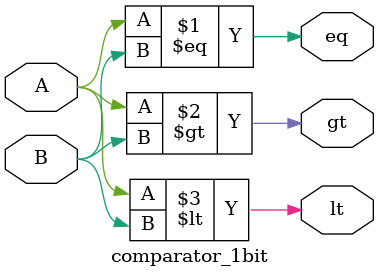
<source format=v>
module comparator_1bit (
    input A,
    input B,
    output eq,
    output gt,
    output lt
);
    
    assign eq = (A==B);
    assign gt = (A>B);
    assign lt = (A<B);

endmodule
</source>
